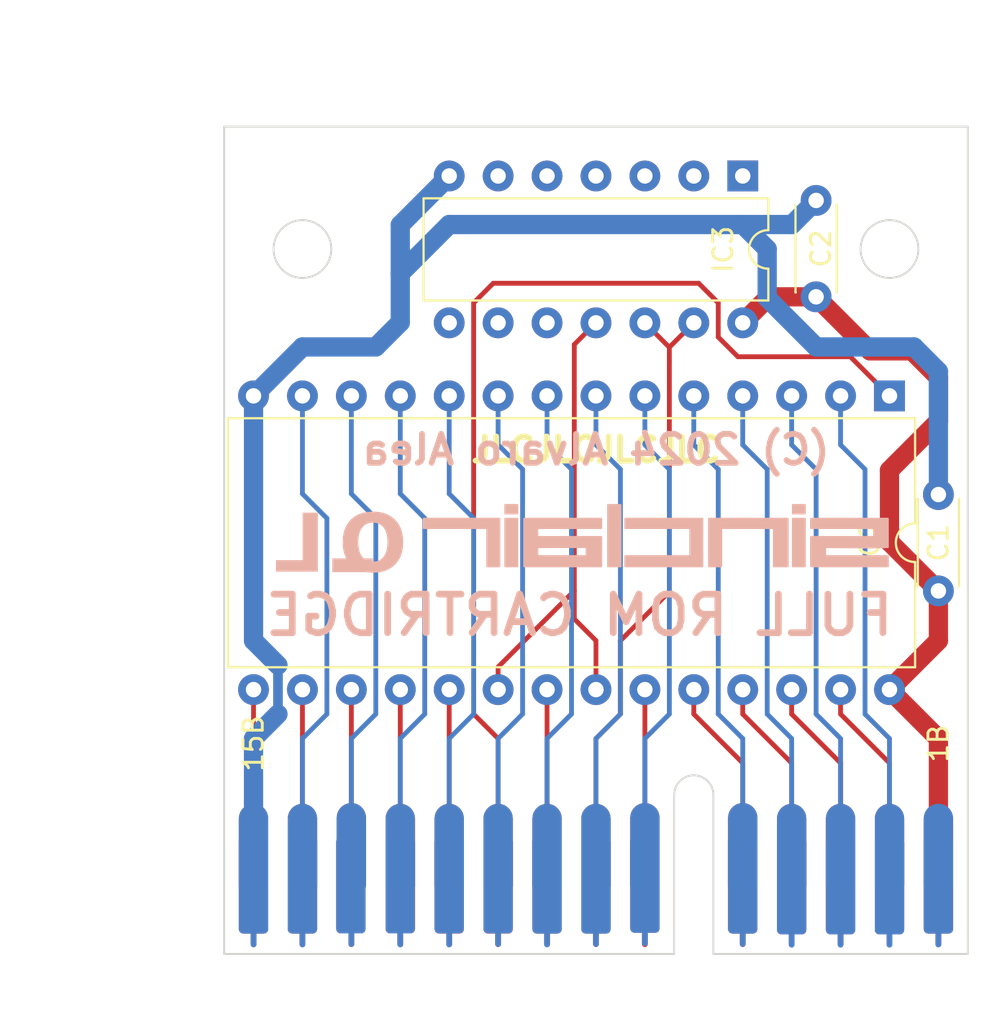
<source format=kicad_pcb>
(kicad_pcb (version 20240108) (generator "pcbnew") (generator_version "8.0")
  (title_block (title "16Kb ROM Cartridge for Sinclair QL") (date "2022-02-04") (rev "0") (company "(c) 2022 Alvaro Alea Fdz.") (comment 1 "IC2 should be 27C128 / W27C512") (comment 2 "https://ohwr.org/cern_ohl_s_v2.txt") (comment 3 "CERN Open Hardware Licence Version 2 - Strongly Reciprocal") (comment 4 "Under License"))
  (layers (0 "F.Cu" signal) (31 "B.Cu" signal) (34 "B.Paste" user) (35 "F.Paste" user) (36 "B.SilkS" user "B.Silkscreen") (37 "F.SilkS" user "F.Silkscreen") (38 "B.Mask" user) (39 "F.Mask" user) (44 "Edge.Cuts" user))
  (net 0 "")
  (net 1 "VCC")
  (net 2 "GND")
  (net 3 "/D3")
  (net 4 "/D4")
  (net 5 "/D2")
  (net 6 "/D5")
  (net 7 "/D1")
  (net 8 "/D6")
  (net 9 "/D0")
  (net 10 "/D7")
  (net 11 "/A0")
  (net 12 "/A15")
  (net 13 "/A1")
  (net 14 "/A10")
  (net 15 "/A2")
  (net 16 "/ROMOE")
  (net 17 "/A3")
  (net 18 "/A11")
  (net 19 "/A4")
  (net 20 "/A9")
  (net 21 "/A5")
  (net 22 "/A8")
  (net 23 "/A6")
  (net 24 "/A13")
  (net 25 "/A7")
  (net 26 "/A14")
  (net 27 "/A12")
  (net 30 "/U_ROMOE")
  (footprint "Package_DIP:DIP-28_W15.24mm" (layer "F.Cu") (at 96.52 115.57 -90)
    (property "Reference" "IC2" (at 7.62 1.016 90) (layer "F.SilkS"))
    (property "Value" "27C512")
    (fp_line (start 1.16 34.35) (end 14.08 34.35) (stroke (width 0.12)) (layer "F.SilkS"))
    (fp_line (start 14.08 34.35) (end 14.08 -1.33) (stroke (width 0.12)) (layer "F.SilkS"))
    (fp_line (start 1.16 -1.33) (end 1.16 34.35) (stroke (width 0.12)) (layer "F.SilkS"))
    (fp_line (start 6.62 -1.33) (end 1.16 -1.33) (stroke (width 0.12)) (layer "F.SilkS"))
    (fp_line (start 14.08 -1.33) (end 8.62 -1.33) (stroke (width 0.12)) (layer "F.SilkS"))
    (fp_arc (start 8.62 -1.33) (mid 7.62 -0.33) (end 6.62 -1.33) (stroke (width 0.12)) (layer "F.SilkS"))
    (pad "1" thru_hole rect (at 0 0 270) (size 1.6 1.6) (drill 0.8) (layers "*.Cu" "*.Mask") (net 12 "/A15"))
    (pad "2" thru_hole oval (at 0 2.54 270) (size 1.6 1.6) (drill 0.8) (layers "*.Cu" "*.Mask") (net 27 "/A12"))
    (pad "3" thru_hole oval (at 0 5.08 270) (size 1.6 1.6) (drill 0.8) (layers "*.Cu" "*.Mask") (net 25 "/A7"))
    (pad "4" thru_hole oval (at 0 7.62 270) (size 1.6 1.6) (drill 0.8) (layers "*.Cu" "*.Mask") (net 23 "/A6"))
    (pad "5" thru_hole oval (at 0 10.16 270) (size 1.6 1.6) (drill 0.8) (layers "*.Cu" "*.Mask") (net 21 "/A5"))
    (pad "6" thru_hole oval (at 0 12.7 270) (size 1.6 1.6) (drill 0.8) (layers "*.Cu" "*.Mask") (net 19 "/A4"))
    (pad "7" thru_hole oval (at 0 15.24 270) (size 1.6 1.6) (drill 0.8) (layers "*.Cu" "*.Mask") (net 17 "/A3"))
    (pad "8" thru_hole oval (at 0 17.78 270) (size 1.6 1.6) (drill 0.8) (layers "*.Cu" "*.Mask") (net 15 "/A2"))
    (pad "9" thru_hole oval (at 0 20.32 270) (size 1.6 1.6) (drill 0.8) (layers "*.Cu" "*.Mask") (net 13 "/A1"))
    (pad "10" thru_hole oval (at 0 22.86 270) (size 1.6 1.6) (drill 0.8) (layers "*.Cu" "*.Mask") (net 11 "/A0"))
    (pad "11" thru_hole oval (at 0 25.4 270) (size 1.6 1.6) (drill 0.8) (layers "*.Cu" "*.Mask") (net 9 "/D0"))
    (pad "12" thru_hole oval (at 0 27.94 270) (size 1.6 1.6) (drill 0.8) (layers "*.Cu" "*.Mask") (net 7 "/D1"))
    (pad "13" thru_hole oval (at 0 30.48 270) (size 1.6 1.6) (drill 0.8) (layers "*.Cu" "*.Mask") (net 5 "/D2"))
    (pad "14" thru_hole oval (at 0 33.02 270) (size 1.6 1.6) (drill 0.8) (layers "*.Cu" "*.Mask") (net 2 "GND"))
    (pad "15" thru_hole oval (at 15.24 33.02 270) (size 1.6 1.6) (drill 0.8) (layers "*.Cu" "*.Mask") (net 3 "/D3"))
    (pad "16" thru_hole oval (at 15.24 30.48 270) (size 1.6 1.6) (drill 0.8) (layers "*.Cu" "*.Mask") (net 4 "/D4"))
    (pad "17" thru_hole oval (at 15.24 27.94 270) (size 1.6 1.6) (drill 0.8) (layers "*.Cu" "*.Mask") (net 6 "/D5"))
    (pad "18" thru_hole oval (at 15.24 25.4 270) (size 1.6 1.6) (drill 0.8) (layers "*.Cu" "*.Mask") (net 8 "/D6"))
    (pad "19" thru_hole oval (at 15.24 22.86 270) (size 1.6 1.6) (drill 0.8) (layers "*.Cu" "*.Mask") (net 10 "/D7"))
    (pad "20" thru_hole oval (at 15.24 20.32 270) (size 1.6 1.6) (drill 0.8) (layers "*.Cu" "*.Mask") (net 30 "/U_ROMOE"))
    (pad "21" thru_hole oval (at 15.24 17.78 270) (size 1.6 1.6) (drill 0.8) (layers "*.Cu" "*.Mask") (net 14 "/A10"))
    (pad "22" thru_hole oval (at 15.24 15.24 270) (size 1.6 1.6) (drill 0.8) (layers "*.Cu" "*.Mask") (net 30 "/U_ROMOE"))
    (pad "23" thru_hole oval (at 15.24 12.7 270) (size 1.6 1.6) (drill 0.8) (layers "*.Cu" "*.Mask") (net 18 "/A11"))
    (pad "24" thru_hole oval (at 15.24 10.16 270) (size 1.6 1.6) (drill 0.8) (layers "*.Cu" "*.Mask") (net 20 "/A9"))
    (pad "25" thru_hole oval (at 15.24 7.62 270) (size 1.6 1.6) (drill 0.8) (layers "*.Cu" "*.Mask") (net 22 "/A8"))
    (pad "26" thru_hole oval (at 15.24 5.08 270) (size 1.6 1.6) (drill 0.8) (layers "*.Cu" "*.Mask") (net 24 "/A13"))
    (pad "27" thru_hole oval (at 15.24 2.54 270) (size 1.6 1.6) (drill 0.8) (layers "*.Cu" "*.Mask") (net 26 "/A14"))
    (pad "28" thru_hole oval (at 15.24 0 270) (size 1.6 1.6) (drill 0.8) (layers "*.Cu" "*.Mask") (net 1 "VCC"))
  )
  (footprint "Capacitor_THT:C_Disc_D4.3mm_W1.9mm_P5.00mm" (layer "F.Cu") (at 92.71 110.43 90)
    (property "Reference" "C2" (at 2.5 0.254 90) (layer "F.SilkS"))
    (property "Value" "C")
    (fp_line (start 4.77 -1.07) (end 4.77 -1.055) (stroke (width 0.12)) (layer "F.SilkS"))
    (fp_line (start 0.23 -1.07) (end 4.77 -1.07) (stroke (width 0.12)) (layer "F.SilkS"))
    (fp_line (start 0.23 -1.07) (end 0.23 -1.055) (stroke (width 0.12)) (layer "F.SilkS"))
    (fp_line (start 4.77 1.055) (end 4.77 1.07) (stroke (width 0.12)) (layer "F.SilkS"))
    (fp_line (start 0.23 1.055) (end 0.23 1.07) (stroke (width 0.12)) (layer "F.SilkS"))
    (fp_line (start 0.23 1.07) (end 4.77 1.07) (stroke (width 0.12)) (layer "F.SilkS"))
    (pad "1" thru_hole circle (at 0 0 90) (size 1.6 1.6) (drill 0.8) (layers "*.Cu" "*.Mask") (net 1 "VCC"))
    (pad "2" thru_hole circle (at 5 0 90) (size 1.6 1.6) (drill 0.8) (layers "*.Cu" "*.Mask") (net 2 "GND"))
  )
  (footprint "8bits:CART_QL_EDGE" (layer "F.Cu") (at 73.66 139.994)
    (property "Reference" "J1" (hide yes))
    (property "Value" "QL_cartridge_ROM" (hide yes))
    (fp_line (start -10.16 4.024) (end -10.16 3.516) (stroke (width 0.3)) (layer "F.Cu"))
    (fp_line (start -7.62 4.024) (end -7.62 3.516) (stroke (width 0.3)) (layer "F.Cu"))
    (fp_line (start -5.08 4.024) (end -5.08 3.516) (stroke (width 0.3)) (layer "F.Cu"))
    (fp_line (start -2.54 4.024) (end -2.54 3.516) (stroke (width 0.3)) (layer "F.Cu"))
    (fp_line (start 0 4.024) (end 0 3.516) (stroke (width 0.3)) (layer "F.Cu"))
    (fp_line (start 2.54 4.024) (end 2.54 3.516) (stroke (width 0.3)) (layer "F.Cu"))
    (fp_line (start 5.08 4.024) (end 5.08 3.516) (stroke (width 0.3)) (layer "F.Cu"))
    (fp_line (start 7.62 4.024) (end 7.62 3.516) (stroke (width 0.3)) (layer "F.Cu"))
    (fp_line (start 10.16 4.024) (end 10.16 3.516) (stroke (width 0.3)) (layer "F.Cu"))
    (fp_line (start 15.24 4.024) (end 15.24 3.516) (stroke (width 0.3)) (layer "F.Cu"))
    (fp_line (start 17.78 4.024) (end 17.78 3.516) (stroke (width 0.3)) (layer "F.Cu"))
    (fp_line (start 20.32 4.024) (end 20.32 3.516) (stroke (width 0.3)) (layer "F.Cu"))
    (fp_line (start 22.86 4.024) (end 22.86 3.516) (stroke (width 0.3)) (layer "F.Cu"))
    (fp_line (start 25.4 4.024) (end 25.4 3.516) (stroke (width 0.3)) (layer "F.Cu"))
    (fp_line (start -10.16 4.0386) (end -10.16 3.429) (stroke (width 0.3)) (layer "B.Cu"))
    (fp_line (start -7.62 4.0386) (end -7.62 3.429) (stroke (width 0.3)) (layer "B.Cu"))
    (fp_line (start -5.08 4.0132) (end -5.08 3.4036) (stroke (width 0.3)) (layer "B.Cu"))
    (fp_line (start -2.54 4.0386) (end -2.54 3.429) (stroke (width 0.3)) (layer "B.Cu"))
    (fp_line (start 0 4.0386) (end 0 3.4036) (stroke (width 0.3)) (layer "B.Cu"))
    (fp_line (start 2.54 4.0132) (end 2.54 3.4036) (stroke (width 0.3)) (layer "B.Cu"))
    (fp_line (start 5.08 4.0386) (end 5.08 3.429) (stroke (width 0.3)) (layer "B.Cu"))
    (fp_line (start 7.62 4.0132) (end 7.62 3.4036) (stroke (width 0.3)) (layer "B.Cu"))
    (fp_line (start 10.16 3.9732) (end 10.16 3.389) (stroke (width 0.3)) (layer "B.Cu"))
    (fp_line (start 15.24 4.0132) (end 15.24 3.429) (stroke (width 0.3)) (layer "B.Cu"))
    (fp_line (start 17.78 4.0532) (end 17.78 3.516) (stroke (width 0.3)) (layer "B.Cu"))
    (fp_line (start 20.32 4.0532) (end 20.32 3.516) (stroke (width 0.3)) (layer "B.Cu"))
    (fp_line (start 22.86 4.0532) (end 22.86 3.469) (stroke (width 0.3)) (layer "B.Cu"))
    (fp_line (start 25.4 4.0386) (end 25.4 3.429) (stroke (width 0.3)) (layer "B.Cu"))
    (pad "1" connect roundrect (at 25.4 -0.762) (size 1.524 5) (layers "F.Cu") (roundrect_rratio 0.5) (net 1 "VCC"))
    (pad "1" connect roundrect (at 25.4 0.976) (size 1.524 5) (layers "F.Cu") (roundrect_rratio 0.15) (net 1 "VCC"))
    (pad "2" connect roundrect (at 25.4 -0.762) (size 1.524 5) (layers "B.Cu") (roundrect_rratio 0.5))
    (pad "2" connect roundrect (at 25.4 0.976) (size 1.524 5) (layers "B.Cu") (roundrect_rratio 0.15))
    (pad "3" connect roundrect (at 22.86 -0.762) (size 1.524 5) (layers "F.Cu") (roundrect_rratio 0.5) (net 26 "/A14"))
    (pad "3" connect roundrect (at 22.86 1.016) (size 1.524 5) (layers "F.Cu") (roundrect_rratio 0.15) (net 26 "/A14"))
    (pad "4" connect roundrect (at 22.86 -0.762) (size 1.524 5) (layers "B.Cu") (roundrect_rratio 0.5) (net 27 "/A12"))
    (pad "4" connect roundrect (at 22.86 1.016) (size 1.524 5) (layers "B.Cu") (roundrect_rratio 0.15) (net 27 "/A12"))
    (pad "5" connect roundrect (at 20.32 -0.762) (size 1.524 5) (layers "F.Cu") (roundrect_rratio 0.5) (net 24 "/A13"))
    (pad "5" connect roundrect (at 20.32 1.016) (size 1.524 5) (layers "F.Cu") (roundrect_rratio 0.15) (net 24 "/A13"))
    (pad "6" connect roundrect (at 20.32 -0.762) (size 1.524 5) (layers "B.Cu") (roundrect_rratio 0.5) (net 25 "/A7"))
    (pad "6" connect roundrect (at 20.32 1.016) (size 1.524 5) (layers "B.Cu") (roundrect_rratio 0.15) (net 25 "/A7"))
    (pad "7" connect roundrect (at 17.78 -0.762) (size 1.524 5) (layers "F.Cu") (roundrect_rratio 0.5) (net 22 "/A8"))
    (pad "7" connect roundrect (at 17.78 1.016) (size 1.524 5) (layers "F.Cu") (roundrect_rratio 0.15) (net 22 "/A8"))
    (pad "8" connect roundrect (at 17.78 -0.762) (size 1.524 5) (layers "B.Cu") (roundrect_rratio 0.5) (net 23 "/A6"))
    (pad "8" connect roundrect (at 17.78 1.016) (size 1.524 5) (layers "B.Cu") (roundrect_rratio 0.15) (net 23 "/A6"))
    (pad "9" connect roundrect (at 15.24 -0.802) (size 1.524 5) (layers "F.Cu") (roundrect_rratio 0.5) (net 20 "/A9"))
    (pad "9" connect roundrect (at 15.24 0.976) (size 1.524 5) (layers "F.Cu") (roundrect_rratio 0.15) (net 20 "/A9"))
    (pad "10" connect roundrect (at 15.24 -0.802) (size 1.524 5) (layers "B.Cu") (roundrect_rratio 0.5) (net 21 "/A5"))
    (pad "10" connect roundrect (at 15.24 0.976) (size 1.524 5) (layers "B.Cu") (roundrect_rratio 0.15) (net 21 "/A5"))
    (pad "11" connect roundrect (at 10.16 -0.802) (size 1.524 5) (layers "F.Cu") (roundrect_rratio 0.5) (net 18 "/A11"))
    (pad "11" connect roundrect (at 10.16 0.936) (size 1.524 5) (layers "F.Cu") (roundrect_rratio 0.15) (net 18 "/A11"))
    (pad "12" connect roundrect (at 10.16 -0.802) (size 1.524 5) (layers "B.Cu") (roundrect_rratio 0.5) (net 19 "/A4"))
    (pad "12" connect roundrect (at 10.16 0.936) (size 1.524 5) (layers "B.Cu") (roundrect_rratio 0.15) (net 19 "/A4"))
    (pad "13" connect roundrect (at 7.62 -0.762) (size 1.524 5) (layers "F.Cu") (roundrect_rratio 0.5) (net 16 "/ROMOE"))
    (pad "13" connect roundrect (at 7.62 0.976) (size 1.524 5) (layers "F.Cu") (roundrect_rratio 0.15) (net 16 "/ROMOE"))
    (pad "14" connect roundrect (at 7.62 -0.762) (size 1.524 5) (layers "B.Cu") (roundrect_rratio 0.5) (net 17 "/A3"))
    (pad "14" connect roundrect (at 7.62 0.976) (size 1.524 5) (layers "B.Cu") (roundrect_rratio 0.15) (net 17 "/A3"))
    (pad "15" connect roundrect (at 5.08 -0.762) (size 1.524 5) (layers "F.Cu") (roundrect_rratio 0.5) (net 14 "/A10"))
    (pad "15" connect roundrect (at 5.08 0.976) (size 1.524 5) (layers "F.Cu") (roundrect_rratio 0.15) (net 14 "/A10"))
    (pad "16" connect roundrect (at 5.08 -0.762) (size 1.524 5) (layers "B.Cu") (roundrect_rratio 0.5) (net 15 "/A2"))
    (pad "16" connect roundrect (at 5.08 0.976) (size 1.524 5) (layers "B.Cu") (roundrect_rratio 0.15) (net 15 "/A2"))
    (pad "17" connect roundrect (at 2.54 -0.762) (size 1.524 5) (layers "F.Cu") (roundrect_rratio 0.5) (net 12 "/A15"))
    (pad "17" connect roundrect (at 2.54 0.976) (size 1.524 5) (layers "F.Cu") (roundrect_rratio 0.15) (net 12 "/A15"))
    (pad "18" connect roundrect (at 2.54 -0.762) (size 1.524 5) (layers "B.Cu") (roundrect_rratio 0.5) (net 13 "/A1"))
    (pad "18" connect roundrect (at 2.54 0.9652) (size 1.524 5) (layers "B.Cu") (roundrect_rratio 0.15) (net 13 "/A1"))
    (pad "19" connect roundrect (at 0 -0.762) (size 1.524 5) (layers "F.Cu") (roundrect_rratio 0.5) (net 10 "/D7"))
    (pad "19" connect roundrect (at 0 0.976) (size 1.524 5) (layers "F.Cu") (roundrect_rratio 0.15) (net 10 "/D7"))
    (pad "20" connect roundrect (at 0 -0.762) (size 1.524 5) (layers "B.Cu") (roundrect_rratio 0.5) (net 11 "/A0"))
    (pad "20" connect roundrect (at 0 0.9652) (size 1.524 5) (layers "B.Cu") (roundrect_rratio 0.15) (net 11 "/A0"))
    (pad "21" connect roundrect (at -2.54 -0.762) (size 1.524 5) (layers "F.Cu") (roundrect_rratio 0.5) (net 8 "/D6"))
    (pad "21" connect roundrect (at -2.54 0.9652) (size 1.524 5) (layers "F.Cu") (roundrect_rratio 0.15) (net 8 "/D6"))
    (pad "22" connect roundrect (at -2.54 -0.762) (size 1.524 5) (layers "B.Cu") (roundrect_rratio 0.5) (net 9 "/D0"))
    (pad "22" connect roundrect (at -2.54 0.9652) (size 1.524 5) (layers "B.Cu") (roundrect_rratio 0.15) (net 9 "/D0"))
    (pad "23" connect roundrect (at -5.1054 0.9652) (size 1.524 5) (layers "F.Cu") (roundrect_rratio 0.15) (net 6 "/D5"))
    (pad "23" connect roundrect (at -5.08 -0.802) (size 1.524 5) (layers "F.Cu") (roundrect_rratio 0.5) (net 6 "/D5"))
    (pad "24" connect roundrect (at -5.1054 0.9652) (size 1.524 5) (layers "B.Cu") (roundrect_rratio 0.15) (net 7 "/D1"))
    (pad "24" connect roundrect (at -5.08 -0.802) (size 1.524 5) (layers "B.Cu") (roundrect_rratio 0.5) (net 7 "/D1"))
    (pad "25" connect roundrect (at -7.62 -0.762) (size 1.524 5) (layers "F.Cu") (roundrect_rratio 0.5) (net 4 "/D4"))
    (pad "25" connect roundrect (at -7.62 0.976) (size 1.524 5) (layers "F.Cu") (roundrect_rratio 0.15) (net 4 "/D4"))
    (pad "26" connect roundrect (at -7.62 -0.762) (size 1.524 5) (layers "B.Cu") (roundrect_rratio 0.5) (net 5 "/D2"))
    (pad "26" connect roundrect (at -7.62 0.976) (size 1.524 5) (layers "B.Cu") (roundrect_rratio 0.15) (net 5 "/D2"))
    (pad "27" connect roundrect (at -10.16 -0.762) (size 1.524 5) (layers "F.Cu") (roundrect_rratio 0.5) (net 3 "/D3"))
    (pad "27" connect roundrect (at -10.16 0.976) (size 1.524 5) (layers "F.Cu") (roundrect_rratio 0.15) (net 3 "/D3"))
    (pad "28" connect roundrect (at -10.16 -0.762) (size 1.524 5) (layers "B.Cu") (roundrect_rratio 0.5) (net 2 "GND"))
    (pad "28" connect roundrect (at -10.16 0.976) (size 1.524 5) (layers "B.Cu") (roundrect_rratio 0.15) (net 2 "GND"))
  )
  (footprint "Capacitor_THT:C_Disc_D4.3mm_W1.9mm_P5.00mm" (layer "F.Cu") (at 99.06 125.69 90)
    (property "Reference" "C1" (at 2.5 0 90) (layer "F.SilkS"))
    (property "Value" "C")
    (fp_line (start 4.77 -1.07) (end 4.77 -1.055) (stroke (width 0.12)) (layer "F.SilkS"))
    (fp_line (start 0.23 -1.07) (end 4.77 -1.07) (stroke (width 0.12)) (layer "F.SilkS"))
    (fp_line (start 0.23 -1.07) (end 0.23 -1.055) (stroke (width 0.12)) (layer "F.SilkS"))
    (fp_line (start 4.77 1.055) (end 4.77 1.07) (stroke (width 0.12)) (layer "F.SilkS"))
    (fp_line (start 0.23 1.055) (end 0.23 1.07) (stroke (width 0.12)) (layer "F.SilkS"))
    (fp_line (start 0.23 1.07) (end 4.77 1.07) (stroke (width 0.12)) (layer "F.SilkS"))
    (pad "1" thru_hole circle (at 0 0 90) (size 1.6 1.6) (drill 0.8) (layers "*.Cu" "*.Mask") (net 1 "VCC"))
    (pad "2" thru_hole circle (at 5 0 90) (size 1.6 1.6) (drill 0.8) (layers "*.Cu" "*.Mask") (net 2 "GND"))
  )
  (footprint "Package_DIP:DIP-14_W7.62mm" (layer "F.Cu") (at 88.9 104.16 -90)
    (property "Reference" "IC3" (at 3.81 1.016 90) (layer "F.SilkS"))
    (property "Value" "74LS00")
    (fp_line (start 1.16 16.57) (end 6.46 16.57) (stroke (width 0.12)) (layer "F.SilkS"))
    (fp_line (start 6.46 16.57) (end 6.46 -1.33) (stroke (width 0.12)) (layer "F.SilkS"))
    (fp_line (start 1.16 -1.33) (end 1.16 16.57) (stroke (width 0.12)) (layer "F.SilkS"))
    (fp_line (start 2.81 -1.33) (end 1.16 -1.33) (stroke (width 0.12)) (layer "F.SilkS"))
    (fp_line (start 6.46 -1.33) (end 4.81 -1.33) (stroke (width 0.12)) (layer "F.SilkS"))
    (fp_arc (start 4.81 -1.33) (mid 3.81 -0.33) (end 2.81 -1.33) (stroke (width 0.12)) (layer "F.SilkS"))
    (pad "1" thru_hole rect (at 0 0 270) (size 1.6 1.6) (drill 0.8) (layers "*.Cu" "*.Mask"))
    (pad "2" thru_hole oval (at 0 2.54 270) (size 1.6 1.6) (drill 0.8) (layers "*.Cu" "*.Mask"))
    (pad "3" thru_hole oval (at 0 5.08 270) (size 1.6 1.6) (drill 0.8) (layers "*.Cu" "*.Mask"))
    (pad "4" thru_hole oval (at 0 7.62 270) (size 1.6 1.6) (drill 0.8) (layers "*.Cu" "*.Mask"))
    (pad "5" thru_hole oval (at 0 10.16 270) (size 1.6 1.6) (drill 0.8) (layers "*.Cu" "*.Mask"))
    (pad "6" thru_hole oval (at 0 12.7 270) (size 1.6 1.6) (drill 0.8) (layers "*.Cu" "*.Mask"))
    (pad "7" thru_hole oval (at 0 15.24 270) (size 1.6 1.6) (drill 0.8) (layers "*.Cu" "*.Mask") (net 2 "GND"))
    (pad "8" thru_hole oval (at 7.62 15.24 270) (size 1.6 1.6) (drill 0.8) (layers "*.Cu" "*.Mask"))
    (pad "9" thru_hole oval (at 7.62 12.7 270) (size 1.6 1.6) (drill 0.8) (layers "*.Cu" "*.Mask"))
    (pad "10" thru_hole oval (at 7.62 10.16 270) (size 1.6 1.6) (drill 0.8) (layers "*.Cu" "*.Mask"))
    (pad "11" thru_hole oval (at 7.62 7.62 270) (size 1.6 1.6) (drill 0.8) (layers "*.Cu" "*.Mask") (net 30 "/U_ROMOE"))
    (pad "12" thru_hole oval (at 7.62 5.08 270) (size 1.6 1.6) (drill 0.8) (layers "*.Cu" "*.Mask") (net 16 "/ROMOE"))
    (pad "13" thru_hole oval (at 7.62 2.54 270) (size 1.6 1.6) (drill 0.8) (layers "*.Cu" "*.Mask") (net 16 "/ROMOE"))
    (pad "14" thru_hole oval (at 7.62 0 270) (size 1.6 1.6) (drill 0.8) (layers "*.Cu" "*.Mask") (net 1 "VCC"))
  )
  (gr_poly (pts (xy 77.194611 121.23049) (xy 76.57232 121.23049) (xy 76.57232 121.671713) (xy 77.194611 121.671713) (xy 77.194611 121.23049)) (stroke (width 0.1)) (fill solid) (layer "B.SilkS"))
  (gr_poly (pts (xy 92.126262 121.943411) (xy 91.502936 121.943411) (xy 91.502936 124.41503) (xy 92.126262 124.41503) (xy 92.126262 121.943411)) (stroke (width 0.1)) (fill solid) (layer "B.SilkS"))
  (gr_rect (start 67.5894 124.0028) (end 69.6976 124.714) (fill solid) (layer "B.SilkS"))
  (gr_poly (pts (xy 82.549824 121.230459) (xy 81.910004 121.230459) (xy 81.910004 124.41503) (xy 82.549824 124.41503) (xy 82.549824 121.230459)) (stroke (width 0.1)) (fill solid) (layer "B.SilkS"))
  (gr_poly (pts (xy 91.235613 124.41503) (xy 91.235613 121.943411) (xy 87.151276 121.943411) (xy 87.151276 124.41503) (xy 87.782333 124.41503) (xy 87.782333 122.428) (xy 90.516911 122.428) (xy 90.516911 124.41503) (xy 91.235613 124.41503)) (stroke (width 0.1)) (fill solid) (layer "B.SilkS"))
  (gr_poly (pts (xy 92.126262 121.23049) (xy 91.502936 121.23049) (xy 91.502936 121.671713) (xy 92.126262 121.671713) (xy 92.126262 121.23049)) (stroke (width 0.1)) (fill solid) (layer "B.SilkS"))
  (gr_poly (pts (xy 86.804898 124.41503) (xy 86.804898 121.943411) (xy 82.804 121.943411) (xy 82.804 122.428) (xy 86.178398 122.428) (xy 86.178398 123.883383) (xy 82.803999 123.883383) (xy 82.804019 124.414999) (xy 86.804898 124.41503)) (stroke (width 0.1)) (fill solid) (layer "B.SilkS"))
  (gr_poly (pts (xy 96.434066 123.883383) (xy 93.181371 123.883383) (xy 93.181371 123.415854) (xy 95.401457 123.435354) (xy 96.434066 123.415854) (xy 96.434066 121.943381) (xy 92.44666 121.943381) (xy 92.44666 122.427969) (xy 95.72398 122.427969) (xy 95.72398 122.889944) (xy 92.44666 122.889944) (xy 92.44666 124.414999) (xy 96.434066 124.414999) (xy 96.434066 123.883383)) (stroke (width 0.1)) (fill solid) (layer "B.SilkS"))
  (gr_poly (pts (xy 81.550652 124.41503) (xy 81.556052 123.54125) (xy 81.550652 122.889975) (xy 78.237607 122.889975) (xy 78.237607 122.428) (xy 81.550652 122.428) (xy 81.550652 121.943411) (xy 77.554482 121.943411) (xy 77.554482 124.41503) (xy 78.237607 124.41503) (xy 78.237607 123.415884) (xy 80.796891 123.415884) (xy 80.796891 123.883383) (xy 78.237607 123.883383) (xy 78.237607 124.41503) (xy 81.550652 124.41503)) (stroke (width 0.1)) (fill solid) (layer "B.SilkS"))
  (gr_poly (pts (xy 77.194611 124.41503) (xy 77.194611 121.943411) (xy 76.57232 121.943411) (xy 76.57232 124.41503) (xy 77.194611 124.41503)) (stroke (width 0.1)) (fill solid) (layer "B.SilkS"))
  (gr_poly (pts (xy 76.265555 121.943411) (xy 72.34075 121.943411) (xy 72.34075 122.428) (xy 75.634497 122.428) (xy 75.634497 124.41503) (xy 76.265553 124.41503) (xy 76.265555 121.943411)) (stroke (width 0.1)) (fill solid) (layer "B.SilkS"))
  (gr_line (start 100.584 101.6) (end 61.976 101.6) (stroke (width 0.1)) (layer "Edge.Cuts"))
  (gr_line (start 85.344 136.271) (end 85.344 144.526) (stroke (width 0.1)) (layer "Edge.Cuts"))
  (gr_line (start 100.584 101.6) (end 100.584 144.526) (stroke (width 0.1)) (layer "Edge.Cuts"))
  (gr_line (start 85.344 144.526) (end 61.976 144.526) (stroke (width 0.1)) (layer "Edge.Cuts"))
  (gr_line (start 61.976 101.6) (end 61.976 144.526) (stroke (width 0.1)) (layer "Edge.Cuts"))
  (gr_line (start 87.376 144.526) (end 87.376 136.271) (stroke (width 0.1)) (layer "Edge.Cuts"))
  (gr_line (start 100.584 144.526) (end 87.376 144.526) (stroke (width 0.1)) (layer "Edge.Cuts"))
  (gr_circle (center 66.04 107.95) (end 67.54 107.95) (stroke (width 0.1)) (fill none) (layer "Edge.Cuts"))
  (gr_arc (start 85.344 136.271) (mid 86.36 135.255) (end 87.376 136.271) (stroke (width 0.1)) (layer "Edge.Cuts"))
  (gr_circle (center 96.52 107.95) (end 98.02 107.95) (stroke (width 0.1)) (fill none) (layer "Edge.Cuts"))
  (gr_text "(C) 2024 Alvaro Alea" (at 81.28 118.364 0) (layer "B.SilkS") (effects (font (size 1.5 1.5) (thickness 0.3) (bold yes)) (justify mirror)))
  (gr_text "O" (at 69.6976 123.444 0) (layer "B.SilkS") (effects (font (size 3 3) (thickness 0.35)) (justify mirror)))
  (gr_text "L" (at 65.8876 123.444 0) (layer "B.SilkS") (effects (font (size 3 3) (thickness 0.35)) (justify mirror)))
  (gr_text "FULL ROM CARTRIDGE" (at 80.4164 126.9492 0) (layer "B.SilkS") (effects (font (size 2 2) (thickness 0.35)) (justify mirror)))
  (gr_text "JLCJLCJLCJLC" (at 81.28 118.364 0) (layer "F.SilkS") (effects (font (size 1.25 1.25) (thickness 0.3))))
  (gr_text "1B" (at 99.06 133.604 90) (layer "F.SilkS") (effects (font (size 1 1))))
  (gr_text "15B" (at 63.5 133.604 90) (layer "F.SilkS") (effects (font (size 1 1))))
  (segment (start 96.52 123.15) (end 99.06 125.69) (width 1) (layer "F.Cu") (net 1))
  (segment (start 99.06 114.6048) (end 99.06 116.8908) (width 1) (layer "F.Cu") (net 1))
  (segment (start 99.06 139.232) (end 99.06 133.35) (width 1) (layer "F.Cu") (net 1))
  (segment (start 92.71 110.43) (end 95.5132 113.2332) (width 1) (layer "F.Cu") (net 1))
  (segment (start 95.5132 113.2332) (end 97.6884 113.2332) (width 1) (layer "F.Cu") (net 1))
  (segment (start 99.06 128.27) (end 96.52 130.81) (width 1) (layer "F.Cu") (net 1))
  (segment (start 96.52 119.4308) (end 96.52 123.15) (width 1) (layer "F.Cu") (net 1))
  (segment (start 99.06 116.8908) (end 96.52 119.4308) (width 1) (layer "F.Cu") (net 1))
  (segment (start 90.25 110.43) (end 92.71 110.43) (width 1) (layer "F.Cu") (net 1))
  (segment (start 99.06 133.35) (end 96.52 130.81) (width 1) (layer "F.Cu") (net 1))
  (segment (start 88.9 111.78) (end 90.25 110.43) (width 1) (layer "F.Cu") (net 1))
  (segment (start 99.06 125.69) (end 99.06 128.27) (width 1) (layer "F.Cu") (net 1))
  (segment (start 97.6884 113.2332) (end 99.06 114.6048) (width 1) (layer "F.Cu") (net 1))
  (segment (start 63.5 139.232) (end 63.5 133.35) (width 1) (layer "B.Cu") (net 2))
  (segment (start 73.66 106.68) (end 88.9 106.68) (width 1) (layer "B.Cu") (net 2))
  (segment (start 97.79 113.03) (end 99.06 114.3) (width 1) (layer "B.Cu") (net 2))
  (segment (start 88.9 106.68) (end 91.46 106.68) (width 1) (layer "B.Cu") (net 2))
  (segment (start 92.71 113.03) (end 90.17 110.49) (width 1) (layer "B.Cu") (net 2))
  (segment (start 66.04 113.03) (end 63.5 115.57) (width 1) (layer "B.Cu") (net 2))
  (segment (start 97.79 113.03) (end 92.71 113.03) (width 1) (layer "B.Cu") (net 2))
  (segment (start 71.12 106.7) (end 71.12 109.22) (width 1) (layer "B.Cu") (net 2))
  (segment (start 71.12 109.22) (end 71.12 111.76) (width 1) (layer "B.Cu") (net 2))
  (segment (start 73.66 104.16) (end 71.12 106.7) (width 1) (layer "B.Cu") (net 2))
  (segment (start 64.77 129.54) (end 64.77 132.08) (width 0.5) (layer "B.Cu") (net 2))
  (segment (start 63.5 115.57) (end 63.5 128.27) (width 1) (layer "B.Cu") (net 2))
  (segment (start 63.5 128.27) (end 64.77 129.54) (width 1) (layer "B.Cu") (net 2))
  (segment (start 99.06 120.69) (end 99.06 114.3) (width 1) (layer "B.Cu") (net 2))
  (segment (start 63.5 133.35) (end 64.77 132.08) (width 1) (layer "B.Cu") (net 2))
  (segment (start 90.17 107.95) (end 88.9 106.68) (width 1) (layer "B.Cu") (net 2))
  (segment (start 92.71 105.43) (end 91.46 106.68) (width 1) (layer "B.Cu") (net 2))
  (segment (start 71.12 111.76) (end 69.85 113.03) (width 1) (layer "B.Cu") (net 2))
  (segment (start 90.17 110.49) (end 90.17 107.95) (width 1) (layer "B.Cu") (net 2))
  (segment (start 69.85 113.03) (end 66.04 113.03) (width 1) (layer "B.Cu") (net 2))
  (segment (start 73.66 106.68) (end 71.12 109.22) (width 1) (layer "B.Cu") (net 2))
  (segment (start 63.5 139.232) (end 63.5 130.81) (width 0.25) (layer "F.Cu") (net 3))
  (segment (start 66.04 139.232) (end 66.04 130.81) (width 0.25) (layer "F.Cu") (net 4))
  (segment (start 66.04 139.232) (end 66.04 133.35) (width 0.25) (layer "B.Cu") (net 5))
  (segment (start 66.04 120.65) (end 67.31 121.92) (width 0.25) (layer "B.Cu") (net 5))
  (segment (start 66.04 115.57) (end 66.04 120.65) (width 0.25) (layer "B.Cu") (net 5))
  (segment (start 66.04 133.35) (end 67.31 132.08) (width 0.25) (layer "B.Cu") (net 5))
  (segment (start 67.31 132.08) (end 67.31 121.92) (width 0.25) (layer "B.Cu") (net 5))
  (segment (start 68.58 139.192) (end 68.58 130.81) (width 0.25) (layer "F.Cu") (net 6))
  (segment (start 69.85 132.08) (end 69.85 121.92) (width 0.25) (layer "B.Cu") (net 7))
  (segment (start 68.58 115.57) (end 68.58 120.65) (width 0.25) (layer "B.Cu") (net 7))
  (segment (start 68.58 133.35) (end 69.85 132.08) (width 0.25) (layer "B.Cu") (net 7))
  (segment (start 68.58 120.65) (end 69.85 121.92) (width 0.25) (layer "B.Cu") (net 7))
  (segment (start 68.58 139.192) (end 68.58 133.35) (width 0.25) (layer "B.Cu") (net 7))
  (segment (start 71.12 139.232) (end 71.12 130.81) (width 0.25) (layer "F.Cu") (net 8))
  (segment (start 71.12 115.57) (end 71.12 120.65) (width 0.25) (layer "B.Cu") (net 9))
  (segment (start 71.12 139.232) (end 71.12 133.35) (width 0.25) (layer "B.Cu") (net 9))
  (segment (start 71.12 120.65) (end 72.39 121.92) (width 0.25) (layer "B.Cu") (net 9))
  (segment (start 72.39 132.08) (end 72.39 121.92) (width 0.25) (layer "B.Cu") (net 9))
  (segment (start 71.12 133.35) (end 72.39 132.08) (width 0.25) (layer "B.Cu") (net 9))
  (segment (start 73.66 139.232) (end 73.66 130.81) (width 0.25) (layer "F.Cu") (net 10))
  (segment (start 74.93 132.08) (end 74.93 121.92) (width 0.25) (layer "B.Cu") (net 11))
  (segment (start 73.66 133.35) (end 74.93 132.08) (width 0.25) (layer "B.Cu") (net 11))
  (segment (start 73.66 120.65) (end 73.66 115.57) (width 0.25) (layer "B.Cu") (net 11))
  (segment (start 73.66 139.232) (end 73.66 133.35) (width 0.25) (layer "B.Cu") (net 11))
  (segment (start 74.93 121.92) (end 73.66 120.65) (width 0.25) (layer "B.Cu") (net 11))
  (segment (start 94.488 113.538) (end 96.52 115.57) (width 0.25) (layer "F.Cu") (net 12))
  (segment (start 74.93 132.08) (end 74.93 110.744) (width 0.25) (layer "F.Cu") (net 12))
  (segment (start 76.2 133.35) (end 74.93 132.08) (width 0.25) (layer "F.Cu") (net 12))
  (segment (start 87.63 110.744) (end 87.63 112.522) (width 0.25) (layer "F.Cu") (net 12))
  (segment (start 74.93 110.744) (end 75.946 109.728) (width 0.25) (layer "F.Cu") (net 12))
  (segment (start 86.614 109.728) (end 87.63 110.744) (width 0.25) (layer "F.Cu") (net 12))
  (segment (start 75.946 109.728) (end 86.614 109.728) (width 0.25) (layer "F.Cu") (net 12))
  (segment (start 88.646 113.538) (end 94.488 113.538) (width 0.25) (layer "F.Cu") (net 12))
  (segment (start 87.63 112.522) (end 88.646 113.538) (width 0.25) (layer "F.Cu") (net 12))
  (segment (start 76.2 139.232) (end 76.2 133.35) (width 0.25) (layer "F.Cu") (net 12))
  (segment (start 76.2 118.11) (end 77.47 119.38) (width 0.25) (layer "B.Cu") (net 13))
  (segment (start 77.47 132.08) (end 77.47 119.38) (width 0.25) (layer "B.Cu") (net 13))
  (segment (start 76.2 139.232) (end 76.2 133.35) (width 0.25) (layer "B.Cu") (net 13))
  (segment (start 76.2 115.57) (end 76.2 118.11) (width 0.25) (layer "B.Cu") (net 13))
  (segment (start 76.2 133.35) (end 77.47 132.08) (width 0.25) (layer "B.Cu") (net 13))
  (segment (start 78.74 139.232) (end 78.74 130.81) (width 0.25) (layer "F.Cu") (net 14))
  (segment (start 80.01 132.08) (end 80.01 119.38) (width 0.25) (layer "B.Cu") (net 15))
  (segment (start 78.74 139.232) (end 78.74 133.35) (width 0.25) (layer "B.Cu") (net 15))
  (segment (start 78.74 115.57) (end 78.74 118.11) (width 0.25) (layer "B.Cu") (net 15))
  (segment (start 78.74 118.11) (end 80.01 119.38) (width 0.25) (layer "B.Cu") (net 15))
  (segment (start 78.74 133.35) (end 80.01 132.08) (width 0.25) (layer "B.Cu") (net 15))
  (segment (start 85.09 113.792) (end 85.09 113.05) (width 0.25) (layer "F.Cu") (net 16))
  (segment (start 82.55 132.08) (end 81.28 133.35) (width 0.25) (layer "F.Cu") (net 16))
  (segment (start 85.09 125.73) (end 82.55 128.27) (width 0.25) (layer "F.Cu") (net 16))
  (segment (start 82.55 128.27) (end 82.55 132.08) (width 0.25) (layer "F.Cu") (net 16))
  (segment (start 85.09 113.792) (end 85.09 125.73) (width 0.25) (layer "F.Cu") (net 16))
  (segment (start 81.28 133.35) (end 81.28 139.232) (width 0.25) (layer "F.Cu") (net 16))
  (segment (start 86.36 111.78) (end 85.09 113.05) (width 0.25) (layer "F.Cu") (net 16))
  (segment (start 85.09 113.05) (end 83.82 111.78) (width 0.25) (layer "F.Cu") (net 16))
  (segment (start 82.55 132.08) (end 82.55 119.38) (width 0.25) (layer "B.Cu") (net 17))
  (segment (start 81.28 139.232) (end 81.28 133.35) (width 0.25) (layer "B.Cu") (net 17))
  (segment (start 81.28 118.11) (end 82.55 119.38) (width 0.25) (layer "B.Cu") (net 17))
  (segment (start 81.28 133.35) (end 82.55 132.08) (width 0.25) (layer "B.Cu") (net 17))
  (segment (start 81.28 115.57) (end 81.28 118.11) (width 0.25) (layer "B.Cu") (net 17))
  (segment (start 83.82 139.192) (end 83.82 130.81) (width 0.25) (layer "F.Cu") (net 18))
  (segment (start 83.82 115.57) (end 83.82 118.11) (width 0.25) (layer "B.Cu") (net 19))
  (segment (start 83.82 118.11) (end 85.09 119.38) (width 0.25) (layer "B.Cu") (net 19))
  (segment (start 85.09 132.08) (end 85.09 119.38) (width 0.25) (layer "B.Cu") (net 19))
  (segment (start 83.82 139.192) (end 83.82 133.35) (width 0.25) (layer "B.Cu") (net 19))
  (segment (start 83.82 133.35) (end 85.09 132.08) (width 0.25) (layer "B.Cu") (net 19))
  (segment (start 86.36 132.08) (end 88.9 134.62) (width 0.25) (layer "F.Cu") (net 20))
  (segment (start 88.9 139.192) (end 88.9 134.62) (width 0.25) (layer "F.Cu") (net 20))
  (segment (start 86.36 130.81) (end 86.36 132.08) (width 0.25) (layer "F.Cu") (net 20))
  (segment (start 88.9 133.35) (end 87.63 132.08) (width 0.25) (layer "B.Cu") (net 21))
  (segment (start 87.63 132.08) (end 87.63 119.38) (width 0.25) (layer "B.Cu") (net 21))
  (segment (start 88.9 139.192) (end 88.9 133.35) (width 0.25) (layer "B.Cu") (net 21))
  (segment (start 86.36 118.11) (end 87.63 119.38) (width 0.25) (layer "B.Cu") (net 21))
  (segment (start 86.36 115.57) (end 86.36 118.11) (width 0.25) (layer "B.Cu") (net 21))
  (segment (start 88.9 130.81) (end 88.9 132.08) (width 0.25) (layer "F.Cu") (net 22))
  (segment (start 88.9 132.08) (end 91.44 134.62) (width 0.25) (layer "F.Cu") (net 22))
  (segment (start 91.44 139.232) (end 91.44 134.62) (width 0.25) (layer "F.Cu") (net 22))
  (segment (start 88.9 115.57) (end 88.9 118.11) (width 0.25) (layer "B.Cu") (net 23))
  (segment (start 90.17 132.08) (end 90.17 119.38) (width 0.25) (layer "B.Cu") (net 23))
  (segment (start 88.9 118.11) (end 90.17 119.38) (width 0.25) (layer "B.Cu") (net 23))
  (segment (start 91.44 133.35) (end 90.17 132.08) (width 0.25) (layer "B.Cu") (net 23))
  (segment (start 91.44 139.232) (end 91.44 133.35) (width 0.25) (layer "B.Cu") (net 23))
  (segment (start 93.98 134.62) (end 91.44 132.08) (width 0.25) (layer "F.Cu") (net 24))
  (segment (start 93.98 139.232) (end 93.98 134.62) (width 0.25) (layer "F.Cu") (net 24))
  (segment (start 91.44 132.08) (end 91.44 130.81) (width 0.25) (layer "F.Cu") (net 24))
  (segment (start 93.98 133.35) (end 92.71 132.08) (width 0.25) (layer "B.Cu") (net 25))
  (segment (start 91.44 118.11) (end 92.71 119.38) (width 0.25) (layer "B.Cu") (net 25))
  (segment (start 93.98 139.232) (end 93.98 133.35) (width 0.25) (layer "B.Cu") (net 25))
  (segment (start 91.44 115.57) (end 91.44 118.11) (width 0.25) (layer "B.Cu") (net 25))
  (segment (start 92.71 132.08) (end 92.71 119.38) (width 0.25) (layer "B.Cu") (net 25))
  (segment (start 96.52 139.232) (end 96.52 134.62) (width 0.25) (layer "F.Cu") (net 26))
  (segment (start 93.98 132.08) (end 93.98 130.81) (width 0.25) (layer "F.Cu") (net 26))
  (segment (start 96.52 134.62) (end 93.98 132.08) (width 0.25) (layer "F.Cu") (net 26))
  (segment (start 96.52 133.35) (end 95.25 132.08) (width 0.25) (layer "B.Cu") (net 27))
  (segment (start 93.98 118.11) (end 95.25 119.38) (width 0.25) (layer "B.Cu") (net 27))
  (segment (start 96.52 139.232) (end 96.52 133.35) (width 0.25) (layer "B.Cu") (net 27))
  (segment (start 95.25 132.08) (end 95.25 119.38) (width 0.25) (layer "B.Cu") (net 27))
  (segment (start 93.98 115.57) (end 93.98 118.11) (width 0.25) (layer "B.Cu") (net 27))
  (segment (start 76.2 130.81) (end 76.2 129.6342) (width 0.25) (layer "F.Cu") (net 30))
  (segment (start 81.28 128.27) (end 81.28 130.81) (width 0.25) (layer "F.Cu") (net 30))
  (segment (start 80.155 112.905) (end 80.155 125.6792) (width 0.25) (layer "F.Cu") (net 30))
  (segment (start 80.155 127.145) (end 81.28 128.27) (width 0.25) (layer "F.Cu") (net 30))
  (segment (start 80.155 125.6792) (end 80.155 127.145) (width 0.25) (layer "F.Cu") (net 30))
  (segment (start 81.28 111.78) (end 80.155 112.905) (width 0.25) (layer "F.Cu") (net 30))
  (segment (start 76.2 129.6342) (end 80.155 125.6792) (width 0.25) (layer "F.Cu") (net 30))
)
</source>
